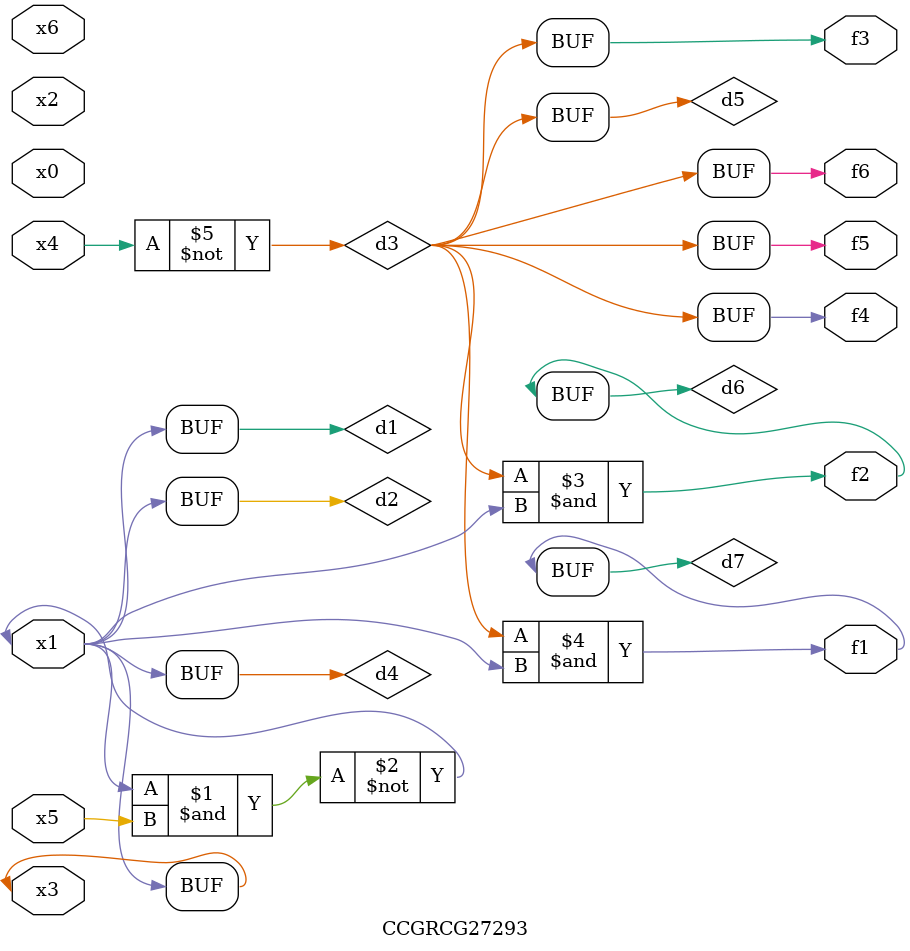
<source format=v>
module CCGRCG27293(
	input x0, x1, x2, x3, x4, x5, x6,
	output f1, f2, f3, f4, f5, f6
);

	wire d1, d2, d3, d4, d5, d6, d7;

	buf (d1, x1, x3);
	nand (d2, x1, x5);
	not (d3, x4);
	buf (d4, d1, d2);
	buf (d5, d3);
	and (d6, d3, d4);
	and (d7, d3, d4);
	assign f1 = d7;
	assign f2 = d6;
	assign f3 = d5;
	assign f4 = d5;
	assign f5 = d5;
	assign f6 = d5;
endmodule

</source>
